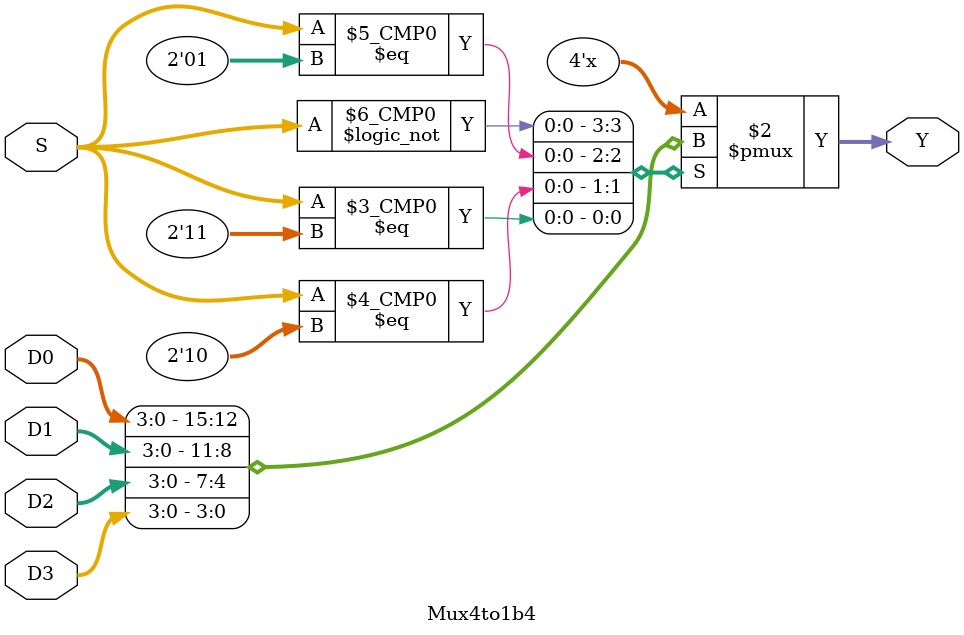
<source format=v>
module Mux4to1b4(
    input  [1:0] S,
    input  [3:0] D0,
    input  [3:0] D1,
    input  [3:0] D2,
    input  [3:0] D3,
    output reg [3:0] Y
);

always@(*)
begin
    case(S)
        2'b00:begin
            Y = D0;
        end
        2'b01:begin
            Y = D1;
        end
        2'b10:begin
            Y = D2;
        end
        2'b11:begin
            Y = D3;
        end
    endcase
end

endmodule




</source>
